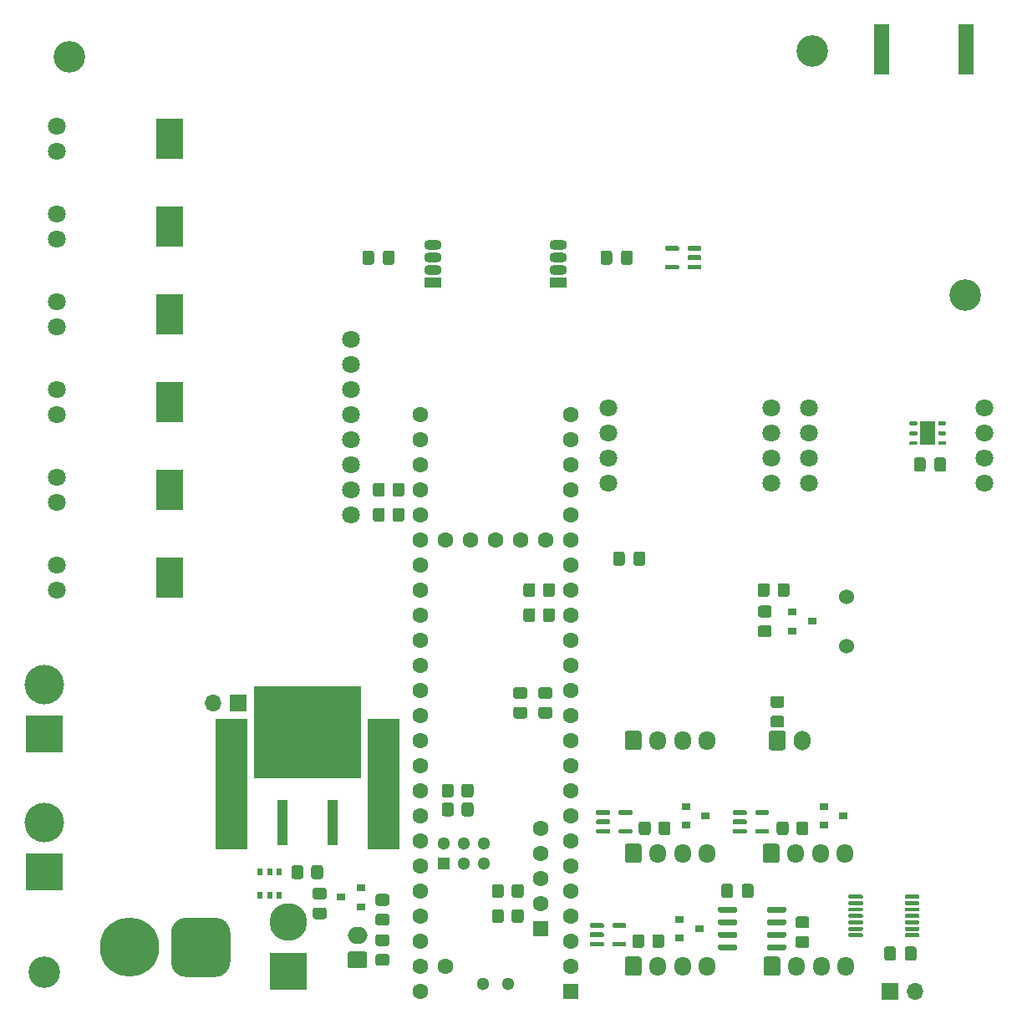
<source format=gbs>
%TF.GenerationSoftware,KiCad,Pcbnew,5.1.10*%
%TF.CreationDate,2021-06-27T23:00:14+02:00*%
%TF.ProjectId,main_v1,6d61696e-5f76-4312-9e6b-696361645f70,rev?*%
%TF.SameCoordinates,Original*%
%TF.FileFunction,Soldermask,Bot*%
%TF.FilePolarity,Negative*%
%FSLAX46Y46*%
G04 Gerber Fmt 4.6, Leading zero omitted, Abs format (unit mm)*
G04 Created by KiCad (PCBNEW 5.1.10) date 2021-06-27 23:00:14*
%MOMM*%
%LPD*%
G01*
G04 APERTURE LIST*
%ADD10C,0.010000*%
%ADD11R,3.250000X13.200000*%
%ADD12O,1.700000X1.700000*%
%ADD13R,1.700000X1.700000*%
%ADD14C,1.800000*%
%ADD15O,1.700000X2.000000*%
%ADD16O,1.700000X1.950000*%
%ADD17O,2.000000X1.700000*%
%ADD18R,0.900000X0.800000*%
%ADD19R,0.510000X0.700000*%
%ADD20R,1.500000X2.400000*%
%ADD21R,1.500000X5.080000*%
%ADD22C,3.200000*%
%ADD23R,10.800000X9.400000*%
%ADD24R,1.100000X4.600000*%
%ADD25C,3.800000*%
%ADD26R,3.800000X3.800000*%
%ADD27C,6.000000*%
%ADD28C,0.800000*%
%ADD29C,4.000000*%
%ADD30O,1.800000X1.070000*%
%ADD31R,1.800000X1.070000*%
%ADD32C,1.524000*%
%ADD33C,1.300000*%
%ADD34C,1.600000*%
%ADD35R,1.300000X1.300000*%
%ADD36R,1.600000X1.600000*%
G04 APERTURE END LIST*
D10*
%TO.C,U26*%
G36*
X156159200Y-112928400D02*
G01*
X158800800Y-112928400D01*
X158800800Y-116941600D01*
X156159200Y-116941600D01*
X156159200Y-112928400D01*
G37*
X156159200Y-112928400D02*
X158800800Y-112928400D01*
X158800800Y-116941600D01*
X156159200Y-116941600D01*
X156159200Y-112928400D01*
%TO.C,U25*%
G36*
X156159200Y-104038400D02*
G01*
X158800800Y-104038400D01*
X158800800Y-108051600D01*
X156159200Y-108051600D01*
X156159200Y-104038400D01*
G37*
X156159200Y-104038400D02*
X158800800Y-104038400D01*
X158800800Y-108051600D01*
X156159200Y-108051600D01*
X156159200Y-104038400D01*
%TO.C,U14*%
G36*
X156159200Y-95148400D02*
G01*
X158800800Y-95148400D01*
X158800800Y-99161600D01*
X156159200Y-99161600D01*
X156159200Y-95148400D01*
G37*
X156159200Y-95148400D02*
X158800800Y-95148400D01*
X158800800Y-99161600D01*
X156159200Y-99161600D01*
X156159200Y-95148400D01*
%TO.C,U13*%
G36*
X156159200Y-86258400D02*
G01*
X158800800Y-86258400D01*
X158800800Y-90271600D01*
X156159200Y-90271600D01*
X156159200Y-86258400D01*
G37*
X156159200Y-86258400D02*
X158800800Y-86258400D01*
X158800800Y-90271600D01*
X156159200Y-90271600D01*
X156159200Y-86258400D01*
%TO.C,U12*%
G36*
X156159200Y-77368400D02*
G01*
X158800800Y-77368400D01*
X158800800Y-81381600D01*
X156159200Y-81381600D01*
X156159200Y-77368400D01*
G37*
X156159200Y-77368400D02*
X158800800Y-77368400D01*
X158800800Y-81381600D01*
X156159200Y-81381600D01*
X156159200Y-77368400D01*
%TO.C,U11*%
G36*
X156159200Y-68478400D02*
G01*
X158800800Y-68478400D01*
X158800800Y-72491600D01*
X156159200Y-72491600D01*
X156159200Y-68478400D01*
G37*
X156159200Y-68478400D02*
X158800800Y-68478400D01*
X158800800Y-72491600D01*
X156159200Y-72491600D01*
X156159200Y-68478400D01*
%TD*%
%TO.C,U22*%
G36*
G01*
X209125000Y-81475000D02*
X209125000Y-81725000D01*
G75*
G02*
X209000000Y-81850000I-125000J0D01*
G01*
X207825000Y-81850000D01*
G75*
G02*
X207700000Y-81725000I0J125000D01*
G01*
X207700000Y-81475000D01*
G75*
G02*
X207825000Y-81350000I125000J0D01*
G01*
X209000000Y-81350000D01*
G75*
G02*
X209125000Y-81475000I0J-125000D01*
G01*
G37*
G36*
G01*
X209125000Y-83375000D02*
X209125000Y-83625000D01*
G75*
G02*
X209000000Y-83750000I-125000J0D01*
G01*
X207825000Y-83750000D01*
G75*
G02*
X207700000Y-83625000I0J125000D01*
G01*
X207700000Y-83375000D01*
G75*
G02*
X207825000Y-83250000I125000J0D01*
G01*
X209000000Y-83250000D01*
G75*
G02*
X209125000Y-83375000I0J-125000D01*
G01*
G37*
G36*
G01*
X211400000Y-83375000D02*
X211400000Y-83625000D01*
G75*
G02*
X211275000Y-83750000I-125000J0D01*
G01*
X210100000Y-83750000D01*
G75*
G02*
X209975000Y-83625000I0J125000D01*
G01*
X209975000Y-83375000D01*
G75*
G02*
X210100000Y-83250000I125000J0D01*
G01*
X211275000Y-83250000D01*
G75*
G02*
X211400000Y-83375000I0J-125000D01*
G01*
G37*
G36*
G01*
X211400000Y-82425000D02*
X211400000Y-82675000D01*
G75*
G02*
X211275000Y-82800000I-125000J0D01*
G01*
X210100000Y-82800000D01*
G75*
G02*
X209975000Y-82675000I0J125000D01*
G01*
X209975000Y-82425000D01*
G75*
G02*
X210100000Y-82300000I125000J0D01*
G01*
X211275000Y-82300000D01*
G75*
G02*
X211400000Y-82425000I0J-125000D01*
G01*
G37*
G36*
G01*
X211400000Y-81475000D02*
X211400000Y-81725000D01*
G75*
G02*
X211275000Y-81850000I-125000J0D01*
G01*
X210100000Y-81850000D01*
G75*
G02*
X209975000Y-81725000I0J125000D01*
G01*
X209975000Y-81475000D01*
G75*
G02*
X210100000Y-81350000I125000J0D01*
G01*
X211275000Y-81350000D01*
G75*
G02*
X211400000Y-81475000I0J-125000D01*
G01*
G37*
%TD*%
D11*
%TO.C,HS1*%
X163750000Y-135890000D03*
X179150000Y-135890000D03*
%TD*%
D12*
%TO.C,JP3*%
X233045000Y-156845000D03*
D13*
X230505000Y-156845000D03*
%TD*%
%TO.C,C22*%
G36*
G01*
X203247500Y-83025000D02*
X203247500Y-82075000D01*
G75*
G02*
X203497500Y-81825000I250000J0D01*
G01*
X204172500Y-81825000D01*
G75*
G02*
X204422500Y-82075000I0J-250000D01*
G01*
X204422500Y-83025000D01*
G75*
G02*
X204172500Y-83275000I-250000J0D01*
G01*
X203497500Y-83275000D01*
G75*
G02*
X203247500Y-83025000I0J250000D01*
G01*
G37*
G36*
G01*
X201172500Y-83025000D02*
X201172500Y-82075000D01*
G75*
G02*
X201422500Y-81825000I250000J0D01*
G01*
X202097500Y-81825000D01*
G75*
G02*
X202347500Y-82075000I0J-250000D01*
G01*
X202347500Y-83025000D01*
G75*
G02*
X202097500Y-83275000I-250000J0D01*
G01*
X201422500Y-83275000D01*
G75*
G02*
X201172500Y-83025000I0J250000D01*
G01*
G37*
%TD*%
D14*
%TO.C,U6*%
X240030000Y-97790000D03*
X240030000Y-100330000D03*
X240030000Y-102870000D03*
X240030000Y-105410000D03*
X222250000Y-105410000D03*
X222250000Y-97790000D03*
X222250000Y-100330000D03*
X222250000Y-102870000D03*
%TD*%
%TO.C,R30*%
G36*
G01*
X187090000Y-136975001D02*
X187090000Y-136074999D01*
G75*
G02*
X187339999Y-135825000I249999J0D01*
G01*
X188040001Y-135825000D01*
G75*
G02*
X188290000Y-136074999I0J-249999D01*
G01*
X188290000Y-136975001D01*
G75*
G02*
X188040001Y-137225000I-249999J0D01*
G01*
X187339999Y-137225000D01*
G75*
G02*
X187090000Y-136975001I0J249999D01*
G01*
G37*
G36*
G01*
X185090000Y-136975001D02*
X185090000Y-136074999D01*
G75*
G02*
X185339999Y-135825000I249999J0D01*
G01*
X186040001Y-135825000D01*
G75*
G02*
X186290000Y-136074999I0J-249999D01*
G01*
X186290000Y-136975001D01*
G75*
G02*
X186040001Y-137225000I-249999J0D01*
G01*
X185339999Y-137225000D01*
G75*
G02*
X185090000Y-136975001I0J249999D01*
G01*
G37*
%TD*%
%TO.C,R29*%
G36*
G01*
X186290000Y-137979999D02*
X186290000Y-138880001D01*
G75*
G02*
X186040001Y-139130000I-249999J0D01*
G01*
X185339999Y-139130000D01*
G75*
G02*
X185090000Y-138880001I0J249999D01*
G01*
X185090000Y-137979999D01*
G75*
G02*
X185339999Y-137730000I249999J0D01*
G01*
X186040001Y-137730000D01*
G75*
G02*
X186290000Y-137979999I0J-249999D01*
G01*
G37*
G36*
G01*
X188290000Y-137979999D02*
X188290000Y-138880001D01*
G75*
G02*
X188040001Y-139130000I-249999J0D01*
G01*
X187339999Y-139130000D01*
G75*
G02*
X187090000Y-138880001I0J249999D01*
G01*
X187090000Y-137979999D01*
G75*
G02*
X187339999Y-137730000I249999J0D01*
G01*
X188040001Y-137730000D01*
G75*
G02*
X188290000Y-137979999I0J-249999D01*
G01*
G37*
%TD*%
%TO.C,U4*%
G36*
G01*
X226270000Y-151275000D02*
X226270000Y-151075000D01*
G75*
G02*
X226370000Y-150975000I100000J0D01*
G01*
X227645000Y-150975000D01*
G75*
G02*
X227745000Y-151075000I0J-100000D01*
G01*
X227745000Y-151275000D01*
G75*
G02*
X227645000Y-151375000I-100000J0D01*
G01*
X226370000Y-151375000D01*
G75*
G02*
X226270000Y-151275000I0J100000D01*
G01*
G37*
G36*
G01*
X226270000Y-150625000D02*
X226270000Y-150425000D01*
G75*
G02*
X226370000Y-150325000I100000J0D01*
G01*
X227645000Y-150325000D01*
G75*
G02*
X227745000Y-150425000I0J-100000D01*
G01*
X227745000Y-150625000D01*
G75*
G02*
X227645000Y-150725000I-100000J0D01*
G01*
X226370000Y-150725000D01*
G75*
G02*
X226270000Y-150625000I0J100000D01*
G01*
G37*
G36*
G01*
X226270000Y-149975000D02*
X226270000Y-149775000D01*
G75*
G02*
X226370000Y-149675000I100000J0D01*
G01*
X227645000Y-149675000D01*
G75*
G02*
X227745000Y-149775000I0J-100000D01*
G01*
X227745000Y-149975000D01*
G75*
G02*
X227645000Y-150075000I-100000J0D01*
G01*
X226370000Y-150075000D01*
G75*
G02*
X226270000Y-149975000I0J100000D01*
G01*
G37*
G36*
G01*
X226270000Y-149325000D02*
X226270000Y-149125000D01*
G75*
G02*
X226370000Y-149025000I100000J0D01*
G01*
X227645000Y-149025000D01*
G75*
G02*
X227745000Y-149125000I0J-100000D01*
G01*
X227745000Y-149325000D01*
G75*
G02*
X227645000Y-149425000I-100000J0D01*
G01*
X226370000Y-149425000D01*
G75*
G02*
X226270000Y-149325000I0J100000D01*
G01*
G37*
G36*
G01*
X226270000Y-148675000D02*
X226270000Y-148475000D01*
G75*
G02*
X226370000Y-148375000I100000J0D01*
G01*
X227645000Y-148375000D01*
G75*
G02*
X227745000Y-148475000I0J-100000D01*
G01*
X227745000Y-148675000D01*
G75*
G02*
X227645000Y-148775000I-100000J0D01*
G01*
X226370000Y-148775000D01*
G75*
G02*
X226270000Y-148675000I0J100000D01*
G01*
G37*
G36*
G01*
X226270000Y-148025000D02*
X226270000Y-147825000D01*
G75*
G02*
X226370000Y-147725000I100000J0D01*
G01*
X227645000Y-147725000D01*
G75*
G02*
X227745000Y-147825000I0J-100000D01*
G01*
X227745000Y-148025000D01*
G75*
G02*
X227645000Y-148125000I-100000J0D01*
G01*
X226370000Y-148125000D01*
G75*
G02*
X226270000Y-148025000I0J100000D01*
G01*
G37*
G36*
G01*
X226270000Y-147375000D02*
X226270000Y-147175000D01*
G75*
G02*
X226370000Y-147075000I100000J0D01*
G01*
X227645000Y-147075000D01*
G75*
G02*
X227745000Y-147175000I0J-100000D01*
G01*
X227745000Y-147375000D01*
G75*
G02*
X227645000Y-147475000I-100000J0D01*
G01*
X226370000Y-147475000D01*
G75*
G02*
X226270000Y-147375000I0J100000D01*
G01*
G37*
G36*
G01*
X231995000Y-147375000D02*
X231995000Y-147175000D01*
G75*
G02*
X232095000Y-147075000I100000J0D01*
G01*
X233370000Y-147075000D01*
G75*
G02*
X233470000Y-147175000I0J-100000D01*
G01*
X233470000Y-147375000D01*
G75*
G02*
X233370000Y-147475000I-100000J0D01*
G01*
X232095000Y-147475000D01*
G75*
G02*
X231995000Y-147375000I0J100000D01*
G01*
G37*
G36*
G01*
X231995000Y-148025000D02*
X231995000Y-147825000D01*
G75*
G02*
X232095000Y-147725000I100000J0D01*
G01*
X233370000Y-147725000D01*
G75*
G02*
X233470000Y-147825000I0J-100000D01*
G01*
X233470000Y-148025000D01*
G75*
G02*
X233370000Y-148125000I-100000J0D01*
G01*
X232095000Y-148125000D01*
G75*
G02*
X231995000Y-148025000I0J100000D01*
G01*
G37*
G36*
G01*
X231995000Y-148675000D02*
X231995000Y-148475000D01*
G75*
G02*
X232095000Y-148375000I100000J0D01*
G01*
X233370000Y-148375000D01*
G75*
G02*
X233470000Y-148475000I0J-100000D01*
G01*
X233470000Y-148675000D01*
G75*
G02*
X233370000Y-148775000I-100000J0D01*
G01*
X232095000Y-148775000D01*
G75*
G02*
X231995000Y-148675000I0J100000D01*
G01*
G37*
G36*
G01*
X231995000Y-149325000D02*
X231995000Y-149125000D01*
G75*
G02*
X232095000Y-149025000I100000J0D01*
G01*
X233370000Y-149025000D01*
G75*
G02*
X233470000Y-149125000I0J-100000D01*
G01*
X233470000Y-149325000D01*
G75*
G02*
X233370000Y-149425000I-100000J0D01*
G01*
X232095000Y-149425000D01*
G75*
G02*
X231995000Y-149325000I0J100000D01*
G01*
G37*
G36*
G01*
X231995000Y-149975000D02*
X231995000Y-149775000D01*
G75*
G02*
X232095000Y-149675000I100000J0D01*
G01*
X233370000Y-149675000D01*
G75*
G02*
X233470000Y-149775000I0J-100000D01*
G01*
X233470000Y-149975000D01*
G75*
G02*
X233370000Y-150075000I-100000J0D01*
G01*
X232095000Y-150075000D01*
G75*
G02*
X231995000Y-149975000I0J100000D01*
G01*
G37*
G36*
G01*
X231995000Y-150625000D02*
X231995000Y-150425000D01*
G75*
G02*
X232095000Y-150325000I100000J0D01*
G01*
X233370000Y-150325000D01*
G75*
G02*
X233470000Y-150425000I0J-100000D01*
G01*
X233470000Y-150625000D01*
G75*
G02*
X233370000Y-150725000I-100000J0D01*
G01*
X232095000Y-150725000D01*
G75*
G02*
X231995000Y-150625000I0J100000D01*
G01*
G37*
G36*
G01*
X231995000Y-151275000D02*
X231995000Y-151075000D01*
G75*
G02*
X232095000Y-150975000I100000J0D01*
G01*
X233370000Y-150975000D01*
G75*
G02*
X233470000Y-151075000I0J-100000D01*
G01*
X233470000Y-151275000D01*
G75*
G02*
X233370000Y-151375000I-100000J0D01*
G01*
X232095000Y-151375000D01*
G75*
G02*
X231995000Y-151275000I0J100000D01*
G01*
G37*
%TD*%
%TO.C,C20*%
G36*
G01*
X231992500Y-153510000D02*
X231992500Y-152560000D01*
G75*
G02*
X232242500Y-152310000I250000J0D01*
G01*
X232917500Y-152310000D01*
G75*
G02*
X233167500Y-152560000I0J-250000D01*
G01*
X233167500Y-153510000D01*
G75*
G02*
X232917500Y-153760000I-250000J0D01*
G01*
X232242500Y-153760000D01*
G75*
G02*
X231992500Y-153510000I0J250000D01*
G01*
G37*
G36*
G01*
X229917500Y-153510000D02*
X229917500Y-152560000D01*
G75*
G02*
X230167500Y-152310000I250000J0D01*
G01*
X230842500Y-152310000D01*
G75*
G02*
X231092500Y-152560000I0J-250000D01*
G01*
X231092500Y-153510000D01*
G75*
G02*
X230842500Y-153760000I-250000J0D01*
G01*
X230167500Y-153760000D01*
G75*
G02*
X229917500Y-153510000I0J250000D01*
G01*
G37*
%TD*%
%TO.C,R41*%
G36*
G01*
X219525001Y-128140000D02*
X218624999Y-128140000D01*
G75*
G02*
X218375000Y-127890001I0J249999D01*
G01*
X218375000Y-127189999D01*
G75*
G02*
X218624999Y-126940000I249999J0D01*
G01*
X219525001Y-126940000D01*
G75*
G02*
X219775000Y-127189999I0J-249999D01*
G01*
X219775000Y-127890001D01*
G75*
G02*
X219525001Y-128140000I-249999J0D01*
G01*
G37*
G36*
G01*
X219525001Y-130140000D02*
X218624999Y-130140000D01*
G75*
G02*
X218375000Y-129890001I0J249999D01*
G01*
X218375000Y-129189999D01*
G75*
G02*
X218624999Y-128940000I249999J0D01*
G01*
X219525001Y-128940000D01*
G75*
G02*
X219775000Y-129189999I0J-249999D01*
G01*
X219775000Y-129890001D01*
G75*
G02*
X219525001Y-130140000I-249999J0D01*
G01*
G37*
%TD*%
D15*
%TO.C,JP2*%
X221575000Y-131445000D03*
G36*
G01*
X218225000Y-132195000D02*
X218225000Y-130695000D01*
G75*
G02*
X218475000Y-130445000I250000J0D01*
G01*
X219675000Y-130445000D01*
G75*
G02*
X219925000Y-130695000I0J-250000D01*
G01*
X219925000Y-132195000D01*
G75*
G02*
X219675000Y-132445000I-250000J0D01*
G01*
X218475000Y-132445000D01*
G75*
G02*
X218225000Y-132195000I0J250000D01*
G01*
G37*
%TD*%
%TO.C,J5*%
G36*
G01*
X203620000Y-132170000D02*
X203620000Y-130720000D01*
G75*
G02*
X203870000Y-130470000I250000J0D01*
G01*
X205070000Y-130470000D01*
G75*
G02*
X205320000Y-130720000I0J-250000D01*
G01*
X205320000Y-132170000D01*
G75*
G02*
X205070000Y-132420000I-250000J0D01*
G01*
X203870000Y-132420000D01*
G75*
G02*
X203620000Y-132170000I0J250000D01*
G01*
G37*
D16*
X206970000Y-131445000D03*
X209470000Y-131445000D03*
X211970000Y-131445000D03*
%TD*%
D17*
%TO.C,JP1*%
X176530000Y-151170000D03*
G36*
G01*
X177280000Y-154520000D02*
X175780000Y-154520000D01*
G75*
G02*
X175530000Y-154270000I0J250000D01*
G01*
X175530000Y-153070000D01*
G75*
G02*
X175780000Y-152820000I250000J0D01*
G01*
X177280000Y-152820000D01*
G75*
G02*
X177530000Y-153070000I0J-250000D01*
G01*
X177530000Y-154270000D01*
G75*
G02*
X177280000Y-154520000I-250000J0D01*
G01*
G37*
%TD*%
%TO.C,R40*%
G36*
G01*
X179520001Y-152270000D02*
X178619999Y-152270000D01*
G75*
G02*
X178370000Y-152020001I0J249999D01*
G01*
X178370000Y-151319999D01*
G75*
G02*
X178619999Y-151070000I249999J0D01*
G01*
X179520001Y-151070000D01*
G75*
G02*
X179770000Y-151319999I0J-249999D01*
G01*
X179770000Y-152020001D01*
G75*
G02*
X179520001Y-152270000I-249999J0D01*
G01*
G37*
G36*
G01*
X179520001Y-154270000D02*
X178619999Y-154270000D01*
G75*
G02*
X178370000Y-154020001I0J249999D01*
G01*
X178370000Y-153319999D01*
G75*
G02*
X178619999Y-153070000I249999J0D01*
G01*
X179520001Y-153070000D01*
G75*
G02*
X179770000Y-153319999I0J-249999D01*
G01*
X179770000Y-154020001D01*
G75*
G02*
X179520001Y-154270000I-249999J0D01*
G01*
G37*
%TD*%
%TO.C,R39*%
G36*
G01*
X178619999Y-148990000D02*
X179520001Y-148990000D01*
G75*
G02*
X179770000Y-149239999I0J-249999D01*
G01*
X179770000Y-149940001D01*
G75*
G02*
X179520001Y-150190000I-249999J0D01*
G01*
X178619999Y-150190000D01*
G75*
G02*
X178370000Y-149940001I0J249999D01*
G01*
X178370000Y-149239999D01*
G75*
G02*
X178619999Y-148990000I249999J0D01*
G01*
G37*
G36*
G01*
X178619999Y-146990000D02*
X179520001Y-146990000D01*
G75*
G02*
X179770000Y-147239999I0J-249999D01*
G01*
X179770000Y-147940001D01*
G75*
G02*
X179520001Y-148190000I-249999J0D01*
G01*
X178619999Y-148190000D01*
G75*
G02*
X178370000Y-147940001I0J249999D01*
G01*
X178370000Y-147239999D01*
G75*
G02*
X178619999Y-146990000I249999J0D01*
G01*
G37*
%TD*%
%TO.C,R20*%
G36*
G01*
X172269999Y-148355000D02*
X173170001Y-148355000D01*
G75*
G02*
X173420000Y-148604999I0J-249999D01*
G01*
X173420000Y-149305001D01*
G75*
G02*
X173170001Y-149555000I-249999J0D01*
G01*
X172269999Y-149555000D01*
G75*
G02*
X172020000Y-149305001I0J249999D01*
G01*
X172020000Y-148604999D01*
G75*
G02*
X172269999Y-148355000I249999J0D01*
G01*
G37*
G36*
G01*
X172269999Y-146355000D02*
X173170001Y-146355000D01*
G75*
G02*
X173420000Y-146604999I0J-249999D01*
G01*
X173420000Y-147305001D01*
G75*
G02*
X173170001Y-147555000I-249999J0D01*
G01*
X172269999Y-147555000D01*
G75*
G02*
X172020000Y-147305001I0J249999D01*
G01*
X172020000Y-146604999D01*
G75*
G02*
X172269999Y-146355000I249999J0D01*
G01*
G37*
%TD*%
%TO.C,R4*%
G36*
G01*
X171850000Y-145230001D02*
X171850000Y-144329999D01*
G75*
G02*
X172099999Y-144080000I249999J0D01*
G01*
X172800001Y-144080000D01*
G75*
G02*
X173050000Y-144329999I0J-249999D01*
G01*
X173050000Y-145230001D01*
G75*
G02*
X172800001Y-145480000I-249999J0D01*
G01*
X172099999Y-145480000D01*
G75*
G02*
X171850000Y-145230001I0J249999D01*
G01*
G37*
G36*
G01*
X169850000Y-145230001D02*
X169850000Y-144329999D01*
G75*
G02*
X170099999Y-144080000I249999J0D01*
G01*
X170800001Y-144080000D01*
G75*
G02*
X171050000Y-144329999I0J-249999D01*
G01*
X171050000Y-145230001D01*
G75*
G02*
X170800001Y-145480000I-249999J0D01*
G01*
X170099999Y-145480000D01*
G75*
G02*
X169850000Y-145230001I0J249999D01*
G01*
G37*
%TD*%
D18*
%TO.C,Q11*%
X174895000Y-147320000D03*
X176895000Y-148270000D03*
X176895000Y-146370000D03*
%TD*%
D19*
%TO.C,Q3*%
X166690000Y-147100000D03*
X167640000Y-147100000D03*
X168590000Y-147100000D03*
X168590000Y-144780000D03*
X167640000Y-144780000D03*
X166690000Y-144780000D03*
%TD*%
D14*
%TO.C,U35*%
X218440000Y-105410000D03*
X218440000Y-100330000D03*
X218440000Y-97790000D03*
X218440000Y-102870000D03*
X201930000Y-102870000D03*
X201930000Y-97790000D03*
X201930000Y-105410000D03*
X201930000Y-100330000D03*
%TD*%
D20*
%TO.C,U30*%
X234315000Y-100330000D03*
G36*
G01*
X233265000Y-99230000D02*
X233265000Y-99430000D01*
G75*
G02*
X233165000Y-99530000I-100000J0D01*
G01*
X232565000Y-99530000D01*
G75*
G02*
X232465000Y-99430000I0J100000D01*
G01*
X232465000Y-99230000D01*
G75*
G02*
X232565000Y-99130000I100000J0D01*
G01*
X233165000Y-99130000D01*
G75*
G02*
X233265000Y-99230000I0J-100000D01*
G01*
G37*
G36*
G01*
X233265000Y-100230000D02*
X233265000Y-100430000D01*
G75*
G02*
X233165000Y-100530000I-100000J0D01*
G01*
X232565000Y-100530000D01*
G75*
G02*
X232465000Y-100430000I0J100000D01*
G01*
X232465000Y-100230000D01*
G75*
G02*
X232565000Y-100130000I100000J0D01*
G01*
X233165000Y-100130000D01*
G75*
G02*
X233265000Y-100230000I0J-100000D01*
G01*
G37*
G36*
G01*
X233265000Y-101230000D02*
X233265000Y-101430000D01*
G75*
G02*
X233165000Y-101530000I-100000J0D01*
G01*
X232565000Y-101530000D01*
G75*
G02*
X232465000Y-101430000I0J100000D01*
G01*
X232465000Y-101230000D01*
G75*
G02*
X232565000Y-101130000I100000J0D01*
G01*
X233165000Y-101130000D01*
G75*
G02*
X233265000Y-101230000I0J-100000D01*
G01*
G37*
G36*
G01*
X236165000Y-101230000D02*
X236165000Y-101430000D01*
G75*
G02*
X236065000Y-101530000I-100000J0D01*
G01*
X235465000Y-101530000D01*
G75*
G02*
X235365000Y-101430000I0J100000D01*
G01*
X235365000Y-101230000D01*
G75*
G02*
X235465000Y-101130000I100000J0D01*
G01*
X236065000Y-101130000D01*
G75*
G02*
X236165000Y-101230000I0J-100000D01*
G01*
G37*
G36*
G01*
X236165000Y-100230000D02*
X236165000Y-100430000D01*
G75*
G02*
X236065000Y-100530000I-100000J0D01*
G01*
X235465000Y-100530000D01*
G75*
G02*
X235365000Y-100430000I0J100000D01*
G01*
X235365000Y-100230000D01*
G75*
G02*
X235465000Y-100130000I100000J0D01*
G01*
X236065000Y-100130000D01*
G75*
G02*
X236165000Y-100230000I0J-100000D01*
G01*
G37*
G36*
G01*
X236165000Y-99230000D02*
X236165000Y-99430000D01*
G75*
G02*
X236065000Y-99530000I-100000J0D01*
G01*
X235465000Y-99530000D01*
G75*
G02*
X235365000Y-99430000I0J100000D01*
G01*
X235365000Y-99230000D01*
G75*
G02*
X235465000Y-99130000I100000J0D01*
G01*
X236065000Y-99130000D01*
G75*
G02*
X236165000Y-99230000I0J-100000D01*
G01*
G37*
%TD*%
%TO.C,U21*%
G36*
G01*
X202355000Y-152205000D02*
X202355000Y-151955000D01*
G75*
G02*
X202480000Y-151830000I125000J0D01*
G01*
X203655000Y-151830000D01*
G75*
G02*
X203780000Y-151955000I0J-125000D01*
G01*
X203780000Y-152205000D01*
G75*
G02*
X203655000Y-152330000I-125000J0D01*
G01*
X202480000Y-152330000D01*
G75*
G02*
X202355000Y-152205000I0J125000D01*
G01*
G37*
G36*
G01*
X202355000Y-150305000D02*
X202355000Y-150055000D01*
G75*
G02*
X202480000Y-149930000I125000J0D01*
G01*
X203655000Y-149930000D01*
G75*
G02*
X203780000Y-150055000I0J-125000D01*
G01*
X203780000Y-150305000D01*
G75*
G02*
X203655000Y-150430000I-125000J0D01*
G01*
X202480000Y-150430000D01*
G75*
G02*
X202355000Y-150305000I0J125000D01*
G01*
G37*
G36*
G01*
X200080000Y-150305000D02*
X200080000Y-150055000D01*
G75*
G02*
X200205000Y-149930000I125000J0D01*
G01*
X201380000Y-149930000D01*
G75*
G02*
X201505000Y-150055000I0J-125000D01*
G01*
X201505000Y-150305000D01*
G75*
G02*
X201380000Y-150430000I-125000J0D01*
G01*
X200205000Y-150430000D01*
G75*
G02*
X200080000Y-150305000I0J125000D01*
G01*
G37*
G36*
G01*
X200080000Y-151255000D02*
X200080000Y-151005000D01*
G75*
G02*
X200205000Y-150880000I125000J0D01*
G01*
X201380000Y-150880000D01*
G75*
G02*
X201505000Y-151005000I0J-125000D01*
G01*
X201505000Y-151255000D01*
G75*
G02*
X201380000Y-151380000I-125000J0D01*
G01*
X200205000Y-151380000D01*
G75*
G02*
X200080000Y-151255000I0J125000D01*
G01*
G37*
G36*
G01*
X200080000Y-152205000D02*
X200080000Y-151955000D01*
G75*
G02*
X200205000Y-151830000I125000J0D01*
G01*
X201380000Y-151830000D01*
G75*
G02*
X201505000Y-151955000I0J-125000D01*
G01*
X201505000Y-152205000D01*
G75*
G02*
X201380000Y-152330000I-125000J0D01*
G01*
X200205000Y-152330000D01*
G75*
G02*
X200080000Y-152205000I0J125000D01*
G01*
G37*
%TD*%
%TO.C,U19*%
G36*
G01*
X216827500Y-140775000D02*
X216827500Y-140525000D01*
G75*
G02*
X216952500Y-140400000I125000J0D01*
G01*
X218127500Y-140400000D01*
G75*
G02*
X218252500Y-140525000I0J-125000D01*
G01*
X218252500Y-140775000D01*
G75*
G02*
X218127500Y-140900000I-125000J0D01*
G01*
X216952500Y-140900000D01*
G75*
G02*
X216827500Y-140775000I0J125000D01*
G01*
G37*
G36*
G01*
X216827500Y-138875000D02*
X216827500Y-138625000D01*
G75*
G02*
X216952500Y-138500000I125000J0D01*
G01*
X218127500Y-138500000D01*
G75*
G02*
X218252500Y-138625000I0J-125000D01*
G01*
X218252500Y-138875000D01*
G75*
G02*
X218127500Y-139000000I-125000J0D01*
G01*
X216952500Y-139000000D01*
G75*
G02*
X216827500Y-138875000I0J125000D01*
G01*
G37*
G36*
G01*
X214552500Y-138875000D02*
X214552500Y-138625000D01*
G75*
G02*
X214677500Y-138500000I125000J0D01*
G01*
X215852500Y-138500000D01*
G75*
G02*
X215977500Y-138625000I0J-125000D01*
G01*
X215977500Y-138875000D01*
G75*
G02*
X215852500Y-139000000I-125000J0D01*
G01*
X214677500Y-139000000D01*
G75*
G02*
X214552500Y-138875000I0J125000D01*
G01*
G37*
G36*
G01*
X214552500Y-139825000D02*
X214552500Y-139575000D01*
G75*
G02*
X214677500Y-139450000I125000J0D01*
G01*
X215852500Y-139450000D01*
G75*
G02*
X215977500Y-139575000I0J-125000D01*
G01*
X215977500Y-139825000D01*
G75*
G02*
X215852500Y-139950000I-125000J0D01*
G01*
X214677500Y-139950000D01*
G75*
G02*
X214552500Y-139825000I0J125000D01*
G01*
G37*
G36*
G01*
X214552500Y-140775000D02*
X214552500Y-140525000D01*
G75*
G02*
X214677500Y-140400000I125000J0D01*
G01*
X215852500Y-140400000D01*
G75*
G02*
X215977500Y-140525000I0J-125000D01*
G01*
X215977500Y-140775000D01*
G75*
G02*
X215852500Y-140900000I-125000J0D01*
G01*
X214677500Y-140900000D01*
G75*
G02*
X214552500Y-140775000I0J125000D01*
G01*
G37*
%TD*%
%TO.C,U18*%
G36*
G01*
X202990000Y-140775000D02*
X202990000Y-140525000D01*
G75*
G02*
X203115000Y-140400000I125000J0D01*
G01*
X204290000Y-140400000D01*
G75*
G02*
X204415000Y-140525000I0J-125000D01*
G01*
X204415000Y-140775000D01*
G75*
G02*
X204290000Y-140900000I-125000J0D01*
G01*
X203115000Y-140900000D01*
G75*
G02*
X202990000Y-140775000I0J125000D01*
G01*
G37*
G36*
G01*
X202990000Y-138875000D02*
X202990000Y-138625000D01*
G75*
G02*
X203115000Y-138500000I125000J0D01*
G01*
X204290000Y-138500000D01*
G75*
G02*
X204415000Y-138625000I0J-125000D01*
G01*
X204415000Y-138875000D01*
G75*
G02*
X204290000Y-139000000I-125000J0D01*
G01*
X203115000Y-139000000D01*
G75*
G02*
X202990000Y-138875000I0J125000D01*
G01*
G37*
G36*
G01*
X200715000Y-138875000D02*
X200715000Y-138625000D01*
G75*
G02*
X200840000Y-138500000I125000J0D01*
G01*
X202015000Y-138500000D01*
G75*
G02*
X202140000Y-138625000I0J-125000D01*
G01*
X202140000Y-138875000D01*
G75*
G02*
X202015000Y-139000000I-125000J0D01*
G01*
X200840000Y-139000000D01*
G75*
G02*
X200715000Y-138875000I0J125000D01*
G01*
G37*
G36*
G01*
X200715000Y-139825000D02*
X200715000Y-139575000D01*
G75*
G02*
X200840000Y-139450000I125000J0D01*
G01*
X202015000Y-139450000D01*
G75*
G02*
X202140000Y-139575000I0J-125000D01*
G01*
X202140000Y-139825000D01*
G75*
G02*
X202015000Y-139950000I-125000J0D01*
G01*
X200840000Y-139950000D01*
G75*
G02*
X200715000Y-139825000I0J125000D01*
G01*
G37*
G36*
G01*
X200715000Y-140775000D02*
X200715000Y-140525000D01*
G75*
G02*
X200840000Y-140400000I125000J0D01*
G01*
X202015000Y-140400000D01*
G75*
G02*
X202140000Y-140525000I0J-125000D01*
G01*
X202140000Y-140775000D01*
G75*
G02*
X202015000Y-140900000I-125000J0D01*
G01*
X200840000Y-140900000D01*
G75*
G02*
X200715000Y-140775000I0J125000D01*
G01*
G37*
%TD*%
%TO.C,U17*%
G36*
G01*
X218035000Y-152550000D02*
X218035000Y-152250000D01*
G75*
G02*
X218185000Y-152100000I150000J0D01*
G01*
X219835000Y-152100000D01*
G75*
G02*
X219985000Y-152250000I0J-150000D01*
G01*
X219985000Y-152550000D01*
G75*
G02*
X219835000Y-152700000I-150000J0D01*
G01*
X218185000Y-152700000D01*
G75*
G02*
X218035000Y-152550000I0J150000D01*
G01*
G37*
G36*
G01*
X218035000Y-151280000D02*
X218035000Y-150980000D01*
G75*
G02*
X218185000Y-150830000I150000J0D01*
G01*
X219835000Y-150830000D01*
G75*
G02*
X219985000Y-150980000I0J-150000D01*
G01*
X219985000Y-151280000D01*
G75*
G02*
X219835000Y-151430000I-150000J0D01*
G01*
X218185000Y-151430000D01*
G75*
G02*
X218035000Y-151280000I0J150000D01*
G01*
G37*
G36*
G01*
X218035000Y-150010000D02*
X218035000Y-149710000D01*
G75*
G02*
X218185000Y-149560000I150000J0D01*
G01*
X219835000Y-149560000D01*
G75*
G02*
X219985000Y-149710000I0J-150000D01*
G01*
X219985000Y-150010000D01*
G75*
G02*
X219835000Y-150160000I-150000J0D01*
G01*
X218185000Y-150160000D01*
G75*
G02*
X218035000Y-150010000I0J150000D01*
G01*
G37*
G36*
G01*
X218035000Y-148740000D02*
X218035000Y-148440000D01*
G75*
G02*
X218185000Y-148290000I150000J0D01*
G01*
X219835000Y-148290000D01*
G75*
G02*
X219985000Y-148440000I0J-150000D01*
G01*
X219985000Y-148740000D01*
G75*
G02*
X219835000Y-148890000I-150000J0D01*
G01*
X218185000Y-148890000D01*
G75*
G02*
X218035000Y-148740000I0J150000D01*
G01*
G37*
G36*
G01*
X213085000Y-148740000D02*
X213085000Y-148440000D01*
G75*
G02*
X213235000Y-148290000I150000J0D01*
G01*
X214885000Y-148290000D01*
G75*
G02*
X215035000Y-148440000I0J-150000D01*
G01*
X215035000Y-148740000D01*
G75*
G02*
X214885000Y-148890000I-150000J0D01*
G01*
X213235000Y-148890000D01*
G75*
G02*
X213085000Y-148740000I0J150000D01*
G01*
G37*
G36*
G01*
X213085000Y-150010000D02*
X213085000Y-149710000D01*
G75*
G02*
X213235000Y-149560000I150000J0D01*
G01*
X214885000Y-149560000D01*
G75*
G02*
X215035000Y-149710000I0J-150000D01*
G01*
X215035000Y-150010000D01*
G75*
G02*
X214885000Y-150160000I-150000J0D01*
G01*
X213235000Y-150160000D01*
G75*
G02*
X213085000Y-150010000I0J150000D01*
G01*
G37*
G36*
G01*
X213085000Y-151280000D02*
X213085000Y-150980000D01*
G75*
G02*
X213235000Y-150830000I150000J0D01*
G01*
X214885000Y-150830000D01*
G75*
G02*
X215035000Y-150980000I0J-150000D01*
G01*
X215035000Y-151280000D01*
G75*
G02*
X214885000Y-151430000I-150000J0D01*
G01*
X213235000Y-151430000D01*
G75*
G02*
X213085000Y-151280000I0J150000D01*
G01*
G37*
G36*
G01*
X213085000Y-152550000D02*
X213085000Y-152250000D01*
G75*
G02*
X213235000Y-152100000I150000J0D01*
G01*
X214885000Y-152100000D01*
G75*
G02*
X215035000Y-152250000I0J-150000D01*
G01*
X215035000Y-152550000D01*
G75*
G02*
X214885000Y-152700000I-150000J0D01*
G01*
X213235000Y-152700000D01*
G75*
G02*
X213085000Y-152550000I0J150000D01*
G01*
G37*
%TD*%
%TO.C,R24*%
G36*
G01*
X191370000Y-146234999D02*
X191370000Y-147135001D01*
G75*
G02*
X191120001Y-147385000I-249999J0D01*
G01*
X190419999Y-147385000D01*
G75*
G02*
X190170000Y-147135001I0J249999D01*
G01*
X190170000Y-146234999D01*
G75*
G02*
X190419999Y-145985000I249999J0D01*
G01*
X191120001Y-145985000D01*
G75*
G02*
X191370000Y-146234999I0J-249999D01*
G01*
G37*
G36*
G01*
X193370000Y-146234999D02*
X193370000Y-147135001D01*
G75*
G02*
X193120001Y-147385000I-249999J0D01*
G01*
X192419999Y-147385000D01*
G75*
G02*
X192170000Y-147135001I0J249999D01*
G01*
X192170000Y-146234999D01*
G75*
G02*
X192419999Y-145985000I249999J0D01*
G01*
X193120001Y-145985000D01*
G75*
G02*
X193370000Y-146234999I0J-249999D01*
G01*
G37*
%TD*%
%TO.C,R22*%
G36*
G01*
X193490001Y-127235000D02*
X192589999Y-127235000D01*
G75*
G02*
X192340000Y-126985001I0J249999D01*
G01*
X192340000Y-126284999D01*
G75*
G02*
X192589999Y-126035000I249999J0D01*
G01*
X193490001Y-126035000D01*
G75*
G02*
X193740000Y-126284999I0J-249999D01*
G01*
X193740000Y-126985001D01*
G75*
G02*
X193490001Y-127235000I-249999J0D01*
G01*
G37*
G36*
G01*
X193490001Y-129235000D02*
X192589999Y-129235000D01*
G75*
G02*
X192340000Y-128985001I0J249999D01*
G01*
X192340000Y-128284999D01*
G75*
G02*
X192589999Y-128035000I249999J0D01*
G01*
X193490001Y-128035000D01*
G75*
G02*
X193740000Y-128284999I0J-249999D01*
G01*
X193740000Y-128985001D01*
G75*
G02*
X193490001Y-129235000I-249999J0D01*
G01*
G37*
%TD*%
%TO.C,R21*%
G36*
G01*
X191370000Y-148774999D02*
X191370000Y-149675001D01*
G75*
G02*
X191120001Y-149925000I-249999J0D01*
G01*
X190419999Y-149925000D01*
G75*
G02*
X190170000Y-149675001I0J249999D01*
G01*
X190170000Y-148774999D01*
G75*
G02*
X190419999Y-148525000I249999J0D01*
G01*
X191120001Y-148525000D01*
G75*
G02*
X191370000Y-148774999I0J-249999D01*
G01*
G37*
G36*
G01*
X193370000Y-148774999D02*
X193370000Y-149675001D01*
G75*
G02*
X193120001Y-149925000I-249999J0D01*
G01*
X192419999Y-149925000D01*
G75*
G02*
X192170000Y-149675001I0J249999D01*
G01*
X192170000Y-148774999D01*
G75*
G02*
X192419999Y-148525000I249999J0D01*
G01*
X193120001Y-148525000D01*
G75*
G02*
X193370000Y-148774999I0J-249999D01*
G01*
G37*
%TD*%
%TO.C,R17*%
G36*
G01*
X206410000Y-152215001D02*
X206410000Y-151314999D01*
G75*
G02*
X206659999Y-151065000I249999J0D01*
G01*
X207360001Y-151065000D01*
G75*
G02*
X207610000Y-151314999I0J-249999D01*
G01*
X207610000Y-152215001D01*
G75*
G02*
X207360001Y-152465000I-249999J0D01*
G01*
X206659999Y-152465000D01*
G75*
G02*
X206410000Y-152215001I0J249999D01*
G01*
G37*
G36*
G01*
X204410000Y-152215001D02*
X204410000Y-151314999D01*
G75*
G02*
X204659999Y-151065000I249999J0D01*
G01*
X205360001Y-151065000D01*
G75*
G02*
X205610000Y-151314999I0J-249999D01*
G01*
X205610000Y-152215001D01*
G75*
G02*
X205360001Y-152465000I-249999J0D01*
G01*
X204659999Y-152465000D01*
G75*
G02*
X204410000Y-152215001I0J249999D01*
G01*
G37*
%TD*%
%TO.C,R14*%
G36*
G01*
X221015000Y-140785001D02*
X221015000Y-139884999D01*
G75*
G02*
X221264999Y-139635000I249999J0D01*
G01*
X221965001Y-139635000D01*
G75*
G02*
X222215000Y-139884999I0J-249999D01*
G01*
X222215000Y-140785001D01*
G75*
G02*
X221965001Y-141035000I-249999J0D01*
G01*
X221264999Y-141035000D01*
G75*
G02*
X221015000Y-140785001I0J249999D01*
G01*
G37*
G36*
G01*
X219015000Y-140785001D02*
X219015000Y-139884999D01*
G75*
G02*
X219264999Y-139635000I249999J0D01*
G01*
X219965001Y-139635000D01*
G75*
G02*
X220215000Y-139884999I0J-249999D01*
G01*
X220215000Y-140785001D01*
G75*
G02*
X219965001Y-141035000I-249999J0D01*
G01*
X219264999Y-141035000D01*
G75*
G02*
X219015000Y-140785001I0J249999D01*
G01*
G37*
%TD*%
%TO.C,R13*%
G36*
G01*
X207045000Y-140785001D02*
X207045000Y-139884999D01*
G75*
G02*
X207294999Y-139635000I249999J0D01*
G01*
X207995001Y-139635000D01*
G75*
G02*
X208245000Y-139884999I0J-249999D01*
G01*
X208245000Y-140785001D01*
G75*
G02*
X207995001Y-141035000I-249999J0D01*
G01*
X207294999Y-141035000D01*
G75*
G02*
X207045000Y-140785001I0J249999D01*
G01*
G37*
G36*
G01*
X205045000Y-140785001D02*
X205045000Y-139884999D01*
G75*
G02*
X205294999Y-139635000I249999J0D01*
G01*
X205995001Y-139635000D01*
G75*
G02*
X206245000Y-139884999I0J-249999D01*
G01*
X206245000Y-140785001D01*
G75*
G02*
X205995001Y-141035000I-249999J0D01*
G01*
X205294999Y-141035000D01*
G75*
G02*
X205045000Y-140785001I0J249999D01*
G01*
G37*
%TD*%
%TO.C,R5*%
G36*
G01*
X195129999Y-128035000D02*
X196030001Y-128035000D01*
G75*
G02*
X196280000Y-128284999I0J-249999D01*
G01*
X196280000Y-128985001D01*
G75*
G02*
X196030001Y-129235000I-249999J0D01*
G01*
X195129999Y-129235000D01*
G75*
G02*
X194880000Y-128985001I0J249999D01*
G01*
X194880000Y-128284999D01*
G75*
G02*
X195129999Y-128035000I249999J0D01*
G01*
G37*
G36*
G01*
X195129999Y-126035000D02*
X196030001Y-126035000D01*
G75*
G02*
X196280000Y-126284999I0J-249999D01*
G01*
X196280000Y-126985001D01*
G75*
G02*
X196030001Y-127235000I-249999J0D01*
G01*
X195129999Y-127235000D01*
G75*
G02*
X194880000Y-126985001I0J249999D01*
G01*
X194880000Y-126284999D01*
G75*
G02*
X195129999Y-126035000I249999J0D01*
G01*
G37*
%TD*%
%TO.C,R2*%
G36*
G01*
X222065001Y-150460000D02*
X221164999Y-150460000D01*
G75*
G02*
X220915000Y-150210001I0J249999D01*
G01*
X220915000Y-149509999D01*
G75*
G02*
X221164999Y-149260000I249999J0D01*
G01*
X222065001Y-149260000D01*
G75*
G02*
X222315000Y-149509999I0J-249999D01*
G01*
X222315000Y-150210001D01*
G75*
G02*
X222065001Y-150460000I-249999J0D01*
G01*
G37*
G36*
G01*
X222065001Y-152460000D02*
X221164999Y-152460000D01*
G75*
G02*
X220915000Y-152210001I0J249999D01*
G01*
X220915000Y-151509999D01*
G75*
G02*
X221164999Y-151260000I249999J0D01*
G01*
X222065001Y-151260000D01*
G75*
G02*
X222315000Y-151509999I0J-249999D01*
G01*
X222315000Y-152210001D01*
G75*
G02*
X222065001Y-152460000I-249999J0D01*
G01*
G37*
%TD*%
D18*
%TO.C,Q7*%
X211185000Y-150495000D03*
X209185000Y-149545000D03*
X209185000Y-151445000D03*
%TD*%
%TO.C,Q5*%
X225790000Y-139065000D03*
X223790000Y-138115000D03*
X223790000Y-140015000D03*
%TD*%
%TO.C,Q4*%
X211820000Y-139065000D03*
X209820000Y-138115000D03*
X209820000Y-140015000D03*
%TD*%
D21*
%TO.C,J9*%
X229684000Y-61468000D03*
X238184000Y-61468000D03*
%TD*%
D16*
%TO.C,J8*%
X225940000Y-142875000D03*
X223440000Y-142875000D03*
X220940000Y-142875000D03*
G36*
G01*
X217590000Y-143600000D02*
X217590000Y-142150000D01*
G75*
G02*
X217840000Y-141900000I250000J0D01*
G01*
X219040000Y-141900000D01*
G75*
G02*
X219290000Y-142150000I0J-250000D01*
G01*
X219290000Y-143600000D01*
G75*
G02*
X219040000Y-143850000I-250000J0D01*
G01*
X217840000Y-143850000D01*
G75*
G02*
X217590000Y-143600000I0J250000D01*
G01*
G37*
%TD*%
%TO.C,J7*%
X211970000Y-142875000D03*
X209470000Y-142875000D03*
X206970000Y-142875000D03*
G36*
G01*
X203620000Y-143600000D02*
X203620000Y-142150000D01*
G75*
G02*
X203870000Y-141900000I250000J0D01*
G01*
X205070000Y-141900000D01*
G75*
G02*
X205320000Y-142150000I0J-250000D01*
G01*
X205320000Y-143600000D01*
G75*
G02*
X205070000Y-143850000I-250000J0D01*
G01*
X203870000Y-143850000D01*
G75*
G02*
X203620000Y-143600000I0J250000D01*
G01*
G37*
%TD*%
%TO.C,J3*%
X226020000Y-154305000D03*
X223520000Y-154305000D03*
X221020000Y-154305000D03*
G36*
G01*
X217670000Y-155030000D02*
X217670000Y-153580000D01*
G75*
G02*
X217920000Y-153330000I250000J0D01*
G01*
X219120000Y-153330000D01*
G75*
G02*
X219370000Y-153580000I0J-250000D01*
G01*
X219370000Y-155030000D01*
G75*
G02*
X219120000Y-155280000I-250000J0D01*
G01*
X217920000Y-155280000D01*
G75*
G02*
X217670000Y-155030000I0J250000D01*
G01*
G37*
%TD*%
%TO.C,J2*%
X211970000Y-154305000D03*
X209470000Y-154305000D03*
X206970000Y-154305000D03*
G36*
G01*
X203620000Y-155030000D02*
X203620000Y-153580000D01*
G75*
G02*
X203870000Y-153330000I250000J0D01*
G01*
X205070000Y-153330000D01*
G75*
G02*
X205320000Y-153580000I0J-250000D01*
G01*
X205320000Y-155030000D01*
G75*
G02*
X205070000Y-155280000I-250000J0D01*
G01*
X203870000Y-155280000D01*
G75*
G02*
X203620000Y-155030000I0J250000D01*
G01*
G37*
%TD*%
D22*
%TO.C,H4*%
X238125000Y-86360000D03*
%TD*%
%TO.C,H2*%
X222631000Y-61595000D03*
%TD*%
%TO.C,C18*%
G36*
G01*
X214582500Y-146210000D02*
X214582500Y-147160000D01*
G75*
G02*
X214332500Y-147410000I-250000J0D01*
G01*
X213657500Y-147410000D01*
G75*
G02*
X213407500Y-147160000I0J250000D01*
G01*
X213407500Y-146210000D01*
G75*
G02*
X213657500Y-145960000I250000J0D01*
G01*
X214332500Y-145960000D01*
G75*
G02*
X214582500Y-146210000I0J-250000D01*
G01*
G37*
G36*
G01*
X216657500Y-146210000D02*
X216657500Y-147160000D01*
G75*
G02*
X216407500Y-147410000I-250000J0D01*
G01*
X215732500Y-147410000D01*
G75*
G02*
X215482500Y-147160000I0J250000D01*
G01*
X215482500Y-146210000D01*
G75*
G02*
X215732500Y-145960000I250000J0D01*
G01*
X216407500Y-145960000D01*
G75*
G02*
X216657500Y-146210000I0J-250000D01*
G01*
G37*
%TD*%
%TO.C,C2*%
G36*
G01*
X204517500Y-113505000D02*
X204517500Y-112555000D01*
G75*
G02*
X204767500Y-112305000I250000J0D01*
G01*
X205442500Y-112305000D01*
G75*
G02*
X205692500Y-112555000I0J-250000D01*
G01*
X205692500Y-113505000D01*
G75*
G02*
X205442500Y-113755000I-250000J0D01*
G01*
X204767500Y-113755000D01*
G75*
G02*
X204517500Y-113505000I0J250000D01*
G01*
G37*
G36*
G01*
X202442500Y-113505000D02*
X202442500Y-112555000D01*
G75*
G02*
X202692500Y-112305000I250000J0D01*
G01*
X203367500Y-112305000D01*
G75*
G02*
X203617500Y-112555000I0J-250000D01*
G01*
X203617500Y-113505000D01*
G75*
G02*
X203367500Y-113755000I-250000J0D01*
G01*
X202692500Y-113755000D01*
G75*
G02*
X202442500Y-113505000I0J250000D01*
G01*
G37*
%TD*%
%TO.C,C1*%
G36*
G01*
X234097500Y-103030000D02*
X234097500Y-103980000D01*
G75*
G02*
X233847500Y-104230000I-250000J0D01*
G01*
X233172500Y-104230000D01*
G75*
G02*
X232922500Y-103980000I0J250000D01*
G01*
X232922500Y-103030000D01*
G75*
G02*
X233172500Y-102780000I250000J0D01*
G01*
X233847500Y-102780000D01*
G75*
G02*
X234097500Y-103030000I0J-250000D01*
G01*
G37*
G36*
G01*
X236172500Y-103030000D02*
X236172500Y-103980000D01*
G75*
G02*
X235922500Y-104230000I-250000J0D01*
G01*
X235247500Y-104230000D01*
G75*
G02*
X234997500Y-103980000I0J250000D01*
G01*
X234997500Y-103030000D01*
G75*
G02*
X235247500Y-102780000I250000J0D01*
G01*
X235922500Y-102780000D01*
G75*
G02*
X236172500Y-103030000I0J-250000D01*
G01*
G37*
%TD*%
%TO.C,R36*%
G36*
G01*
X195345000Y-116655001D02*
X195345000Y-115754999D01*
G75*
G02*
X195594999Y-115505000I249999J0D01*
G01*
X196295001Y-115505000D01*
G75*
G02*
X196545000Y-115754999I0J-249999D01*
G01*
X196545000Y-116655001D01*
G75*
G02*
X196295001Y-116905000I-249999J0D01*
G01*
X195594999Y-116905000D01*
G75*
G02*
X195345000Y-116655001I0J249999D01*
G01*
G37*
G36*
G01*
X193345000Y-116655001D02*
X193345000Y-115754999D01*
G75*
G02*
X193594999Y-115505000I249999J0D01*
G01*
X194295001Y-115505000D01*
G75*
G02*
X194545000Y-115754999I0J-249999D01*
G01*
X194545000Y-116655001D01*
G75*
G02*
X194295001Y-116905000I-249999J0D01*
G01*
X193594999Y-116905000D01*
G75*
G02*
X193345000Y-116655001I0J249999D01*
G01*
G37*
%TD*%
%TO.C,R35*%
G36*
G01*
X194545000Y-118294999D02*
X194545000Y-119195001D01*
G75*
G02*
X194295001Y-119445000I-249999J0D01*
G01*
X193594999Y-119445000D01*
G75*
G02*
X193345000Y-119195001I0J249999D01*
G01*
X193345000Y-118294999D01*
G75*
G02*
X193594999Y-118045000I249999J0D01*
G01*
X194295001Y-118045000D01*
G75*
G02*
X194545000Y-118294999I0J-249999D01*
G01*
G37*
G36*
G01*
X196545000Y-118294999D02*
X196545000Y-119195001D01*
G75*
G02*
X196295001Y-119445000I-249999J0D01*
G01*
X195594999Y-119445000D01*
G75*
G02*
X195345000Y-119195001I0J249999D01*
G01*
X195345000Y-118294999D01*
G75*
G02*
X195594999Y-118045000I249999J0D01*
G01*
X196295001Y-118045000D01*
G75*
G02*
X196545000Y-118294999I0J-249999D01*
G01*
G37*
%TD*%
D14*
%TO.C,U33*%
X175895000Y-90805000D03*
X175895000Y-93345000D03*
X175895000Y-95885000D03*
X175895000Y-98425000D03*
X175895000Y-100965000D03*
X175895000Y-103505000D03*
X175895000Y-106045000D03*
X175895000Y-108585000D03*
%TD*%
%TO.C,U24*%
X146050000Y-113665000D03*
X146050000Y-116205000D03*
%TD*%
%TO.C,U23*%
X146050000Y-104775000D03*
X146050000Y-107315000D03*
%TD*%
%TO.C,U10*%
X146050000Y-95885000D03*
X146050000Y-98425000D03*
%TD*%
%TO.C,U9*%
X146050000Y-86995000D03*
X146050000Y-89535000D03*
%TD*%
%TO.C,U8*%
X146050000Y-78105000D03*
X146050000Y-80645000D03*
%TD*%
%TO.C,U7*%
X146050000Y-69215000D03*
X146050000Y-71755000D03*
%TD*%
D22*
%TO.C,H5*%
X147320000Y-62230000D03*
%TD*%
%TO.C,H1*%
X144780000Y-154940000D03*
%TD*%
D23*
%TO.C,U29*%
X171450000Y-130610000D03*
D24*
X168910000Y-139760000D03*
X173990000Y-139760000D03*
%TD*%
D25*
%TO.C,U28*%
X169545000Y-149860000D03*
D26*
X169545000Y-154860000D03*
%TD*%
%TO.C,U27*%
G36*
G01*
X163655000Y-150900000D02*
X163655000Y-153900000D01*
G75*
G02*
X162155000Y-155400000I-1500000J0D01*
G01*
X159155000Y-155400000D01*
G75*
G02*
X157655000Y-153900000I0J1500000D01*
G01*
X157655000Y-150900000D01*
G75*
G02*
X159155000Y-149400000I1500000J0D01*
G01*
X162155000Y-149400000D01*
G75*
G02*
X163655000Y-150900000I0J-1500000D01*
G01*
G37*
D27*
X153455000Y-152400000D03*
%TD*%
D28*
%TO.C,U26*%
X156641800Y-113563400D03*
X157480000Y-113563400D03*
X158318200Y-113563400D03*
X156641800Y-115036600D03*
X157480000Y-115036600D03*
X158318200Y-115036600D03*
X157480000Y-116459000D03*
X156641800Y-116459000D03*
X158318200Y-116459000D03*
%TD*%
%TO.C,U25*%
X156641800Y-104673400D03*
X157480000Y-104673400D03*
X158318200Y-104673400D03*
X156641800Y-106146600D03*
X157480000Y-106146600D03*
X158318200Y-106146600D03*
X157480000Y-107569000D03*
X156641800Y-107569000D03*
X158318200Y-107569000D03*
%TD*%
%TO.C,U14*%
X156641800Y-95783400D03*
X157480000Y-95783400D03*
X158318200Y-95783400D03*
X156641800Y-97256600D03*
X157480000Y-97256600D03*
X158318200Y-97256600D03*
X157480000Y-98679000D03*
X156641800Y-98679000D03*
X158318200Y-98679000D03*
%TD*%
%TO.C,U13*%
X156641800Y-86893400D03*
X157480000Y-86893400D03*
X158318200Y-86893400D03*
X156641800Y-88366600D03*
X157480000Y-88366600D03*
X158318200Y-88366600D03*
X157480000Y-89789000D03*
X156641800Y-89789000D03*
X158318200Y-89789000D03*
%TD*%
%TO.C,U12*%
X156641800Y-78003400D03*
X157480000Y-78003400D03*
X158318200Y-78003400D03*
X156641800Y-79476600D03*
X157480000Y-79476600D03*
X158318200Y-79476600D03*
X157480000Y-80899000D03*
X156641800Y-80899000D03*
X158318200Y-80899000D03*
%TD*%
%TO.C,U11*%
X156641800Y-69113400D03*
X157480000Y-69113400D03*
X158318200Y-69113400D03*
X156641800Y-70586600D03*
X157480000Y-70586600D03*
X158318200Y-70586600D03*
X157480000Y-72009000D03*
X156641800Y-72009000D03*
X158318200Y-72009000D03*
%TD*%
D29*
%TO.C,U3*%
X144780000Y-139780000D03*
D26*
X144780000Y-144780000D03*
%TD*%
D29*
%TO.C,U2*%
X144780000Y-125810000D03*
D26*
X144780000Y-130810000D03*
%TD*%
D12*
%TO.C,SW1*%
X161925000Y-127635000D03*
D13*
X164465000Y-127635000D03*
%TD*%
%TO.C,R23*%
G36*
G01*
X179305000Y-108134999D02*
X179305000Y-109035001D01*
G75*
G02*
X179055001Y-109285000I-249999J0D01*
G01*
X178354999Y-109285000D01*
G75*
G02*
X178105000Y-109035001I0J249999D01*
G01*
X178105000Y-108134999D01*
G75*
G02*
X178354999Y-107885000I249999J0D01*
G01*
X179055001Y-107885000D01*
G75*
G02*
X179305000Y-108134999I0J-249999D01*
G01*
G37*
G36*
G01*
X181305000Y-108134999D02*
X181305000Y-109035001D01*
G75*
G02*
X181055001Y-109285000I-249999J0D01*
G01*
X180354999Y-109285000D01*
G75*
G02*
X180105000Y-109035001I0J249999D01*
G01*
X180105000Y-108134999D01*
G75*
G02*
X180354999Y-107885000I249999J0D01*
G01*
X181055001Y-107885000D01*
G75*
G02*
X181305000Y-108134999I0J-249999D01*
G01*
G37*
%TD*%
%TO.C,R19*%
G36*
G01*
X179305000Y-105594999D02*
X179305000Y-106495001D01*
G75*
G02*
X179055001Y-106745000I-249999J0D01*
G01*
X178354999Y-106745000D01*
G75*
G02*
X178105000Y-106495001I0J249999D01*
G01*
X178105000Y-105594999D01*
G75*
G02*
X178354999Y-105345000I249999J0D01*
G01*
X179055001Y-105345000D01*
G75*
G02*
X179305000Y-105594999I0J-249999D01*
G01*
G37*
G36*
G01*
X181305000Y-105594999D02*
X181305000Y-106495001D01*
G75*
G02*
X181055001Y-106745000I-249999J0D01*
G01*
X180354999Y-106745000D01*
G75*
G02*
X180105000Y-106495001I0J249999D01*
G01*
X180105000Y-105594999D01*
G75*
G02*
X180354999Y-105345000I249999J0D01*
G01*
X181055001Y-105345000D01*
G75*
G02*
X181305000Y-105594999I0J-249999D01*
G01*
G37*
%TD*%
%TO.C,R9*%
G36*
G01*
X218255001Y-118980000D02*
X217354999Y-118980000D01*
G75*
G02*
X217105000Y-118730001I0J249999D01*
G01*
X217105000Y-118029999D01*
G75*
G02*
X217354999Y-117780000I249999J0D01*
G01*
X218255001Y-117780000D01*
G75*
G02*
X218505000Y-118029999I0J-249999D01*
G01*
X218505000Y-118730001D01*
G75*
G02*
X218255001Y-118980000I-249999J0D01*
G01*
G37*
G36*
G01*
X218255001Y-120980000D02*
X217354999Y-120980000D01*
G75*
G02*
X217105000Y-120730001I0J249999D01*
G01*
X217105000Y-120029999D01*
G75*
G02*
X217354999Y-119780000I249999J0D01*
G01*
X218255001Y-119780000D01*
G75*
G02*
X218505000Y-120029999I0J-249999D01*
G01*
X218505000Y-120730001D01*
G75*
G02*
X218255001Y-120980000I-249999J0D01*
G01*
G37*
%TD*%
%TO.C,R6*%
G36*
G01*
X219110000Y-116655001D02*
X219110000Y-115754999D01*
G75*
G02*
X219359999Y-115505000I249999J0D01*
G01*
X220060001Y-115505000D01*
G75*
G02*
X220310000Y-115754999I0J-249999D01*
G01*
X220310000Y-116655001D01*
G75*
G02*
X220060001Y-116905000I-249999J0D01*
G01*
X219359999Y-116905000D01*
G75*
G02*
X219110000Y-116655001I0J249999D01*
G01*
G37*
G36*
G01*
X217110000Y-116655001D02*
X217110000Y-115754999D01*
G75*
G02*
X217359999Y-115505000I249999J0D01*
G01*
X218060001Y-115505000D01*
G75*
G02*
X218310000Y-115754999I0J-249999D01*
G01*
X218310000Y-116655001D01*
G75*
G02*
X218060001Y-116905000I-249999J0D01*
G01*
X217359999Y-116905000D01*
G75*
G02*
X217110000Y-116655001I0J249999D01*
G01*
G37*
%TD*%
D18*
%TO.C,Q8*%
X222615000Y-119380000D03*
X220615000Y-118430000D03*
X220615000Y-120330000D03*
%TD*%
D30*
%TO.C,D9*%
X184150000Y-81280000D03*
X184150000Y-82550000D03*
X184150000Y-83820000D03*
D31*
X184150000Y-85090000D03*
%TD*%
D30*
%TO.C,D2*%
X196850000Y-81280000D03*
X196850000Y-82550000D03*
X196850000Y-83820000D03*
D31*
X196850000Y-85090000D03*
%TD*%
%TO.C,C9*%
G36*
G01*
X178217500Y-82075000D02*
X178217500Y-83025000D01*
G75*
G02*
X177967500Y-83275000I-250000J0D01*
G01*
X177292500Y-83275000D01*
G75*
G02*
X177042500Y-83025000I0J250000D01*
G01*
X177042500Y-82075000D01*
G75*
G02*
X177292500Y-81825000I250000J0D01*
G01*
X177967500Y-81825000D01*
G75*
G02*
X178217500Y-82075000I0J-250000D01*
G01*
G37*
G36*
G01*
X180292500Y-82075000D02*
X180292500Y-83025000D01*
G75*
G02*
X180042500Y-83275000I-250000J0D01*
G01*
X179367500Y-83275000D01*
G75*
G02*
X179117500Y-83025000I0J250000D01*
G01*
X179117500Y-82075000D01*
G75*
G02*
X179367500Y-81825000I250000J0D01*
G01*
X180042500Y-81825000D01*
G75*
G02*
X180292500Y-82075000I0J-250000D01*
G01*
G37*
%TD*%
D32*
%TO.C,BZ1*%
X226060000Y-116880000D03*
X226060000Y-121880000D03*
%TD*%
D33*
%TO.C,U1*%
X189230000Y-156115000D03*
X191770000Y-156115000D03*
D34*
X185420000Y-111125000D03*
X187960000Y-111125000D03*
X190500000Y-111125000D03*
X193040000Y-111125000D03*
X195580000Y-111125000D03*
D33*
X189318400Y-143875000D03*
X189318400Y-141875000D03*
X187318400Y-141875000D03*
X187318400Y-143875000D03*
X185318400Y-141875000D03*
D35*
X185318400Y-143875000D03*
D34*
X198120000Y-116205000D03*
X198120000Y-113665000D03*
X198120000Y-111125000D03*
X198120000Y-108585000D03*
X198120000Y-118745000D03*
X198120000Y-121285000D03*
X198120000Y-123825000D03*
X198120000Y-106045000D03*
X198120000Y-103505000D03*
X198120000Y-100965000D03*
X198120000Y-98425000D03*
X182880000Y-98425000D03*
X182880000Y-100965000D03*
X182880000Y-103505000D03*
X182880000Y-106045000D03*
X182880000Y-108585000D03*
X182880000Y-111125000D03*
X182880000Y-113665000D03*
X182880000Y-116205000D03*
X182880000Y-118745000D03*
X182880000Y-121285000D03*
X198120000Y-126365000D03*
X198120000Y-128905000D03*
X198120000Y-131445000D03*
X198120000Y-133985000D03*
X198120000Y-136525000D03*
X198120000Y-139065000D03*
X198120000Y-141605000D03*
X198120000Y-144145000D03*
X198120000Y-146685000D03*
X198120000Y-149225000D03*
X198120000Y-151765000D03*
X198120000Y-154305000D03*
D36*
X198120000Y-156845000D03*
D34*
X182880000Y-123825000D03*
X182880000Y-126365000D03*
X182880000Y-128905000D03*
X182880000Y-131445000D03*
X182880000Y-133985000D03*
X182880000Y-136525000D03*
X182880000Y-139065000D03*
X182880000Y-141605000D03*
X182880000Y-144145000D03*
X182880000Y-146685000D03*
X182880000Y-149225000D03*
X182880000Y-151765000D03*
X182880000Y-154305000D03*
X182880000Y-156845000D03*
D36*
X195069200Y-150545800D03*
D34*
X195069200Y-148005800D03*
X195069200Y-145465800D03*
X195069200Y-142925800D03*
X195069200Y-140385800D03*
X185420000Y-154305000D03*
%TD*%
M02*

</source>
